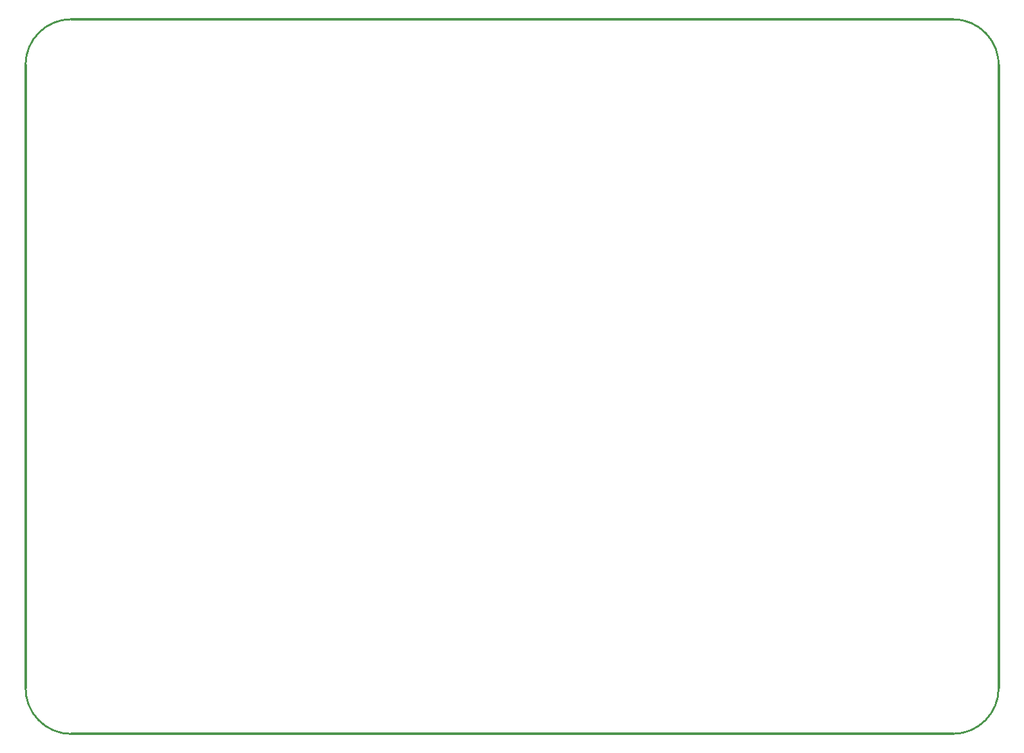
<source format=gko>
G04 Layer: BoardOutline*
G04 EasyEDA v6.4.20.6, 2021-07-27T21:22:35+10:00*
G04 5f3de9c6558747c6be1615df3866fddb,ebe80986956c49fa8a04bea1b3a7cd6c,10*
G04 Gerber Generator version 0.2*
G04 Scale: 100 percent, Rotated: No, Reflected: No *
G04 Dimensions in millimeters *
G04 leading zeros omitted , absolute positions ,4 integer and 5 decimal *
%FSLAX45Y45*%
%MOMM*%

%ADD10C,0.3000*%
%ADD11C,0.2540*%
D10*
X203184Y-8601295D02*
G01*
X699985Y-8601295D01*
X186067Y800935D02*
G01*
X699985Y800935D01*
X-10900008Y-8601295D02*
G01*
X-10599999Y-8601295D01*
X-10599999Y800935D02*
G01*
X-10900008Y800935D01*
X1299987Y199999D02*
G01*
X1299987Y-7999999D01*
X-10599999Y-8601295D02*
G01*
X220941Y-8601295D01*
X-11500944Y199999D02*
G01*
X-11500944Y-7999999D01*
X199999Y800935D02*
G01*
X-10599999Y800935D01*
D11*
G75*
G01*
X699986Y-8600001D02*
G03*
X1299987Y-7999999I0J600002D01*
G75*
G01*
X-11500945Y-7979174D02*
G03*
X-10900009Y-8601296I600936J-20825D01*
G75*
G01*
X1299987Y166517D02*
G03*
X699986Y800936I-600002J33483D01*
G75*
G01*
X-10900009Y800936D02*
G03*
X-11500945Y200000I0J-600936D01*

%LPD*%
M02*

</source>
